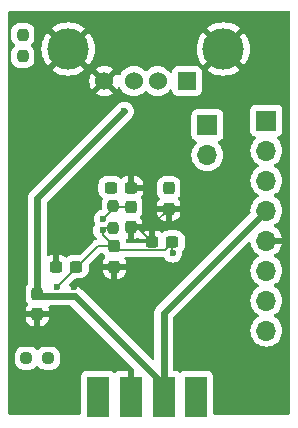
<source format=gbr>
%TF.GenerationSoftware,KiCad,Pcbnew,7.0.9*%
%TF.CreationDate,2024-08-09T20:27:09+01:00*%
%TF.ProjectId,RISKYKVM,5249534b-594b-4564-9d2e-6b696361645f,rev?*%
%TF.SameCoordinates,Original*%
%TF.FileFunction,Copper,L4,Bot*%
%TF.FilePolarity,Positive*%
%FSLAX46Y46*%
G04 Gerber Fmt 4.6, Leading zero omitted, Abs format (unit mm)*
G04 Created by KiCad (PCBNEW 7.0.9) date 2024-08-09 20:27:09*
%MOMM*%
%LPD*%
G01*
G04 APERTURE LIST*
G04 Aperture macros list*
%AMRoundRect*
0 Rectangle with rounded corners*
0 $1 Rounding radius*
0 $2 $3 $4 $5 $6 $7 $8 $9 X,Y pos of 4 corners*
0 Add a 4 corners polygon primitive as box body*
4,1,4,$2,$3,$4,$5,$6,$7,$8,$9,$2,$3,0*
0 Add four circle primitives for the rounded corners*
1,1,$1+$1,$2,$3*
1,1,$1+$1,$4,$5*
1,1,$1+$1,$6,$7*
1,1,$1+$1,$8,$9*
0 Add four rect primitives between the rounded corners*
20,1,$1+$1,$2,$3,$4,$5,0*
20,1,$1+$1,$4,$5,$6,$7,0*
20,1,$1+$1,$6,$7,$8,$9,0*
20,1,$1+$1,$8,$9,$2,$3,0*%
G04 Aperture macros list end*
%TA.AperFunction,ComponentPad*%
%ADD10R,1.700000X1.700000*%
%TD*%
%TA.AperFunction,ComponentPad*%
%ADD11O,1.700000X1.700000*%
%TD*%
%TA.AperFunction,ComponentPad*%
%ADD12R,1.524000X1.524000*%
%TD*%
%TA.AperFunction,ComponentPad*%
%ADD13C,1.524000*%
%TD*%
%TA.AperFunction,ComponentPad*%
%ADD14C,3.500000*%
%TD*%
%TA.AperFunction,SMDPad,CuDef*%
%ADD15R,1.846667X3.480000*%
%TD*%
%TA.AperFunction,SMDPad,CuDef*%
%ADD16RoundRect,0.237500X-0.250000X-0.237500X0.250000X-0.237500X0.250000X0.237500X-0.250000X0.237500X0*%
%TD*%
%TA.AperFunction,SMDPad,CuDef*%
%ADD17RoundRect,0.237500X-0.300000X-0.237500X0.300000X-0.237500X0.300000X0.237500X-0.300000X0.237500X0*%
%TD*%
%TA.AperFunction,SMDPad,CuDef*%
%ADD18RoundRect,0.237500X0.237500X-0.250000X0.237500X0.250000X-0.237500X0.250000X-0.237500X-0.250000X0*%
%TD*%
%TA.AperFunction,SMDPad,CuDef*%
%ADD19RoundRect,0.237500X-0.237500X0.300000X-0.237500X-0.300000X0.237500X-0.300000X0.237500X0.300000X0*%
%TD*%
%TA.AperFunction,SMDPad,CuDef*%
%ADD20RoundRect,0.237500X0.300000X0.237500X-0.300000X0.237500X-0.300000X-0.237500X0.300000X-0.237500X0*%
%TD*%
%TA.AperFunction,ViaPad*%
%ADD21C,0.600000*%
%TD*%
%TA.AperFunction,Conductor*%
%ADD22C,0.200000*%
%TD*%
%TA.AperFunction,Conductor*%
%ADD23C,0.127000*%
%TD*%
%TA.AperFunction,Conductor*%
%ADD24C,0.600000*%
%TD*%
G04 APERTURE END LIST*
D10*
%TO.P,J4,1,Pin_1*%
%TO.N,/KB_CLK*%
X140390000Y-84610000D03*
D11*
%TO.P,J4,2,Pin_2*%
%TO.N,/KB_DATA*%
X140390000Y-87150000D03*
%TO.P,J4,3,Pin_3*%
%TO.N,/KB_RESET*%
X140390000Y-89690000D03*
%TO.P,J4,4,Pin_4*%
%TO.N,+5V*%
X140390000Y-92230000D03*
%TO.P,J4,5,Pin_5*%
%TO.N,GND*%
X140390000Y-94770000D03*
%TO.P,J4,6,Pin_6*%
%TO.N,unconnected-(J4-Pin_6-Pad6)*%
X140390000Y-97310000D03*
%TO.P,J4,7,Pin_7*%
%TO.N,unconnected-(J4-Pin_7-Pad7)*%
X140390000Y-99850000D03*
%TO.P,J4,8,Pin_8*%
%TO.N,unconnected-(J4-Pin_8-Pad8)*%
X140390000Y-102390000D03*
%TD*%
D12*
%TO.P,J3,1,VBUS*%
%TO.N,Net-(J3-VBUS)*%
X133675000Y-81267100D03*
D13*
%TO.P,J3,2,D-*%
%TO.N,/USB_DM*%
X131175000Y-81267100D03*
%TO.P,J3,3,D+*%
%TO.N,/USB_DP*%
X129175000Y-81267100D03*
%TO.P,J3,4,GND*%
%TO.N,GND*%
X126675000Y-81267100D03*
D14*
%TO.P,J3,5,Shield*%
X136745000Y-78557100D03*
X123605000Y-78557100D03*
%TD*%
D15*
%TO.P,J1,6,6*%
%TO.N,/PIN6*%
X134455000Y-108037500D03*
%TO.P,J1,7,7*%
%TO.N,+5V*%
X131685000Y-108037500D03*
%TO.P,J1,8,8*%
%TO.N,GND*%
X128915000Y-108037500D03*
%TO.P,J1,9,9*%
%TO.N,/PIN9*%
X126145000Y-108037500D03*
%TD*%
D10*
%TO.P,J2,1,Pin_1*%
%TO.N,/SWCLK*%
X135400000Y-85000000D03*
D11*
%TO.P,J2,2,Pin_2*%
%TO.N,/SWDIO*%
X135400000Y-87540000D03*
%TD*%
D16*
%TO.P,R1,1*%
%TO.N,Net-(D1-A)*%
X120080000Y-104720000D03*
%TO.P,R1,2*%
%TO.N,+3.3V*%
X121905000Y-104720000D03*
%TD*%
D17*
%TO.P,C2,1*%
%TO.N,+3.3V*%
X127209700Y-90294000D03*
%TO.P,C2,2*%
%TO.N,GND*%
X128934700Y-90294000D03*
%TD*%
D18*
%TO.P,R3,1*%
%TO.N,Net-(D2-A)*%
X119775000Y-79162500D03*
%TO.P,R3,2*%
%TO.N,+3.3V*%
X119775000Y-77337500D03*
%TD*%
D19*
%TO.P,C4,1*%
%TO.N,+5V*%
X120990000Y-99265000D03*
%TO.P,C4,2*%
%TO.N,GND*%
X120990000Y-100990000D03*
%TD*%
D20*
%TO.P,C1,1*%
%TO.N,+3.3V*%
X124308400Y-96981500D03*
%TO.P,C1,2*%
%TO.N,GND*%
X122583400Y-96981500D03*
%TD*%
%TO.P,C6,1*%
%TO.N,+3.3V*%
X132439900Y-94891400D03*
%TO.P,C6,2*%
%TO.N,GND*%
X130714900Y-94891400D03*
%TD*%
D19*
%TO.P,C3,1*%
%TO.N,+3.3V*%
X132136200Y-90345900D03*
%TO.P,C3,2*%
%TO.N,GND*%
X132136200Y-92070900D03*
%TD*%
%TO.P,C5,1*%
%TO.N,+3.3V*%
X127513400Y-95248100D03*
%TO.P,C5,2*%
%TO.N,GND*%
X127513400Y-96973100D03*
%TD*%
D18*
%TO.P,R2,1*%
%TO.N,+3.3V*%
X127437200Y-93670300D03*
%TO.P,R2,2*%
%TO.N,/NRST*%
X127437200Y-91845300D03*
%TD*%
D19*
%TO.P,C9,1*%
%TO.N,/NRST*%
X128910400Y-91895300D03*
%TO.P,C9,2*%
%TO.N,GND*%
X128910400Y-93620300D03*
%TD*%
D21*
%TO.N,+3.3V*%
X119775000Y-77375000D03*
X121925000Y-104650000D03*
X122630000Y-98740000D03*
X132085400Y-90319400D03*
X132466400Y-95831200D03*
X127107000Y-90344800D03*
X126530218Y-93916221D03*
%TO.N,GND*%
X137100000Y-92450000D03*
X128900000Y-108100000D03*
X138400000Y-96200000D03*
X135057200Y-90319400D03*
X131980000Y-98100000D03*
X124077800Y-98676900D03*
X122600000Y-95100000D03*
X129720000Y-77770000D03*
X128010000Y-99540000D03*
X127500000Y-87390000D03*
X122600000Y-97000000D03*
%TO.N,+5V*%
X121131400Y-99134100D03*
X128360000Y-83820000D03*
%TO.N,/NRST*%
X126566051Y-92941667D03*
%TO.N,/PIN6*%
X134455000Y-107797500D03*
%TO.N,/PIN9*%
X126145000Y-107797500D03*
%TO.N,Net-(D1-A)*%
X120150000Y-104630000D03*
%TO.N,Net-(D2-A)*%
X119800000Y-79250000D03*
%TD*%
D22*
%TO.N,+3.3V*%
X132439900Y-94891400D02*
X132439900Y-95804700D01*
D23*
X126530218Y-94264918D02*
X126530218Y-93916221D01*
X127513400Y-95248100D02*
X126530218Y-94264918D01*
X127822200Y-95556900D02*
X131774400Y-95556900D01*
X122583400Y-98693400D02*
X122630000Y-98740000D01*
X126776139Y-93670300D02*
X126530218Y-93916221D01*
D22*
X132439900Y-95804700D02*
X132466400Y-95831200D01*
D23*
X126121900Y-95248100D02*
X122630000Y-98740000D01*
X127437200Y-93670300D02*
X126776139Y-93670300D01*
D22*
X127158900Y-90344800D02*
X127209700Y-90294000D01*
D23*
X127513400Y-95248100D02*
X127822200Y-95556900D01*
X131774400Y-95556900D02*
X132439900Y-94891400D01*
D22*
X127107000Y-90344800D02*
X127158900Y-90344800D01*
D23*
X127513400Y-95248100D02*
X126121900Y-95248100D01*
X127209700Y-90294000D02*
X127209700Y-90169700D01*
%TO.N,GND*%
X130714900Y-93492200D02*
X132136200Y-92070900D01*
X129443800Y-93620300D02*
X128910400Y-93620300D01*
X130714900Y-94891400D02*
X129443800Y-93620300D01*
D22*
X122640000Y-97020000D02*
X122600000Y-97000000D01*
X122600000Y-97000000D02*
X122707300Y-97330700D01*
D23*
X130714900Y-94891400D02*
X130714900Y-93492200D01*
D24*
%TO.N,+5V*%
X131685000Y-107797500D02*
X131685000Y-106980833D01*
X131685000Y-107797500D02*
X131685000Y-100935000D01*
X120990000Y-99265000D02*
X120990000Y-91190000D01*
X124171167Y-99467000D02*
X121192000Y-99467000D01*
X121192000Y-99467000D02*
X120990000Y-99265000D01*
X131685000Y-100935000D02*
X140390000Y-92230000D01*
X131685000Y-106980833D02*
X124171167Y-99467000D01*
X120990000Y-91190000D02*
X128360000Y-83820000D01*
D23*
%TO.N,/NRST*%
X127487200Y-91895300D02*
X127437200Y-91845300D01*
X128961200Y-91895300D02*
X127487200Y-91895300D01*
X127437200Y-92070518D02*
X126566051Y-92941667D01*
X127437200Y-91845300D02*
X127437200Y-92070518D01*
%TD*%
%TA.AperFunction,Conductor*%
%TO.N,GND*%
G36*
X142360739Y-75365585D02*
G01*
X142406494Y-75418389D01*
X142417700Y-75469900D01*
X142417700Y-109376000D01*
X142398015Y-109443039D01*
X142345211Y-109488794D01*
X142293700Y-109500000D01*
X136002834Y-109500000D01*
X135935795Y-109480315D01*
X135890040Y-109427511D01*
X135878834Y-109376000D01*
X135878833Y-106249629D01*
X135878832Y-106249623D01*
X135878831Y-106249616D01*
X135872425Y-106190017D01*
X135822130Y-106055169D01*
X135822129Y-106055168D01*
X135822127Y-106055164D01*
X135735881Y-105939955D01*
X135735878Y-105939952D01*
X135620669Y-105853706D01*
X135620662Y-105853702D01*
X135485816Y-105803408D01*
X135485817Y-105803408D01*
X135426217Y-105797001D01*
X135426215Y-105797000D01*
X135426207Y-105797000D01*
X135426198Y-105797000D01*
X133483795Y-105797000D01*
X133483789Y-105797001D01*
X133424182Y-105803408D01*
X133289337Y-105853702D01*
X133289330Y-105853706D01*
X133174121Y-105939952D01*
X133174119Y-105939954D01*
X133169265Y-105946439D01*
X133113330Y-105988309D01*
X133043638Y-105993291D01*
X132982316Y-105959805D01*
X132970735Y-105946439D01*
X132965880Y-105939954D01*
X132965878Y-105939952D01*
X132850669Y-105853706D01*
X132850662Y-105853702D01*
X132715816Y-105803408D01*
X132715817Y-105803408D01*
X132656217Y-105797001D01*
X132656215Y-105797000D01*
X132656207Y-105797000D01*
X132656199Y-105797000D01*
X132609500Y-105797000D01*
X132542461Y-105777315D01*
X132496706Y-105724511D01*
X132485500Y-105673000D01*
X132485500Y-101317939D01*
X132505185Y-101250900D01*
X132521814Y-101230263D01*
X138842567Y-94909509D01*
X138903888Y-94876026D01*
X138973580Y-94881010D01*
X139029513Y-94922882D01*
X139053774Y-94986383D01*
X139055430Y-95005316D01*
X139055432Y-95005326D01*
X139116566Y-95233483D01*
X139116570Y-95233492D01*
X139216399Y-95447578D01*
X139351894Y-95641082D01*
X139518917Y-95808105D01*
X139704595Y-95938119D01*
X139748219Y-95992696D01*
X139755412Y-96062195D01*
X139723890Y-96124549D01*
X139704595Y-96141269D01*
X139518594Y-96271508D01*
X139351505Y-96438597D01*
X139215965Y-96632169D01*
X139215964Y-96632171D01*
X139116098Y-96846335D01*
X139116094Y-96846344D01*
X139054938Y-97074586D01*
X139054936Y-97074596D01*
X139034341Y-97309999D01*
X139034341Y-97310000D01*
X139054936Y-97545403D01*
X139054938Y-97545413D01*
X139116094Y-97773655D01*
X139116096Y-97773659D01*
X139116097Y-97773663D01*
X139201588Y-97956998D01*
X139215965Y-97987830D01*
X139215967Y-97987834D01*
X139351501Y-98181395D01*
X139351506Y-98181402D01*
X139518597Y-98348493D01*
X139518603Y-98348498D01*
X139704158Y-98478425D01*
X139747783Y-98533002D01*
X139754977Y-98602500D01*
X139723454Y-98664855D01*
X139704158Y-98681575D01*
X139518597Y-98811505D01*
X139351505Y-98978597D01*
X139215965Y-99172169D01*
X139215964Y-99172171D01*
X139116098Y-99386335D01*
X139116094Y-99386344D01*
X139054938Y-99614586D01*
X139054936Y-99614596D01*
X139034341Y-99849999D01*
X139034341Y-99850000D01*
X139054936Y-100085403D01*
X139054938Y-100085413D01*
X139116094Y-100313655D01*
X139116096Y-100313659D01*
X139116097Y-100313663D01*
X139189485Y-100471044D01*
X139215965Y-100527830D01*
X139215967Y-100527834D01*
X139351501Y-100721395D01*
X139351506Y-100721402D01*
X139518597Y-100888493D01*
X139518603Y-100888498D01*
X139704158Y-101018425D01*
X139747783Y-101073002D01*
X139754977Y-101142500D01*
X139723454Y-101204855D01*
X139704158Y-101221575D01*
X139518597Y-101351505D01*
X139351505Y-101518597D01*
X139215965Y-101712169D01*
X139215964Y-101712171D01*
X139116098Y-101926335D01*
X139116094Y-101926344D01*
X139054938Y-102154586D01*
X139054936Y-102154596D01*
X139034341Y-102389999D01*
X139034341Y-102390000D01*
X139054936Y-102625403D01*
X139054938Y-102625413D01*
X139116094Y-102853655D01*
X139116096Y-102853659D01*
X139116097Y-102853663D01*
X139215965Y-103067830D01*
X139215967Y-103067834D01*
X139324281Y-103222521D01*
X139351505Y-103261401D01*
X139518599Y-103428495D01*
X139615384Y-103496265D01*
X139712165Y-103564032D01*
X139712167Y-103564033D01*
X139712170Y-103564035D01*
X139926337Y-103663903D01*
X140154592Y-103725063D01*
X140342918Y-103741539D01*
X140389999Y-103745659D01*
X140390000Y-103745659D01*
X140390001Y-103745659D01*
X140429234Y-103742226D01*
X140625408Y-103725063D01*
X140853663Y-103663903D01*
X141067830Y-103564035D01*
X141261401Y-103428495D01*
X141428495Y-103261401D01*
X141564035Y-103067830D01*
X141663903Y-102853663D01*
X141725063Y-102625408D01*
X141745659Y-102390000D01*
X141725063Y-102154592D01*
X141663903Y-101926337D01*
X141564035Y-101712171D01*
X141488154Y-101603800D01*
X141428494Y-101518597D01*
X141261402Y-101351506D01*
X141261396Y-101351501D01*
X141075842Y-101221575D01*
X141032217Y-101166998D01*
X141025023Y-101097500D01*
X141056546Y-101035145D01*
X141075842Y-101018425D01*
X141098026Y-101002891D01*
X141261401Y-100888495D01*
X141428495Y-100721401D01*
X141564035Y-100527830D01*
X141663903Y-100313663D01*
X141725063Y-100085408D01*
X141745659Y-99850000D01*
X141725063Y-99614592D01*
X141663903Y-99386337D01*
X141564035Y-99172171D01*
X141428495Y-98978599D01*
X141428494Y-98978597D01*
X141261402Y-98811506D01*
X141261396Y-98811501D01*
X141075842Y-98681575D01*
X141032217Y-98626998D01*
X141025023Y-98557500D01*
X141056546Y-98495145D01*
X141075842Y-98478425D01*
X141201443Y-98390478D01*
X141261401Y-98348495D01*
X141428495Y-98181401D01*
X141564035Y-97987830D01*
X141663903Y-97773663D01*
X141725063Y-97545408D01*
X141745659Y-97310000D01*
X141742000Y-97268184D01*
X141738056Y-97223100D01*
X141725063Y-97074592D01*
X141663903Y-96846337D01*
X141564035Y-96632171D01*
X141558276Y-96623945D01*
X141428494Y-96438597D01*
X141261402Y-96271506D01*
X141261401Y-96271505D01*
X141075405Y-96141269D01*
X141031781Y-96086692D01*
X141024588Y-96017193D01*
X141056110Y-95954839D01*
X141075405Y-95938119D01*
X141261082Y-95808105D01*
X141428105Y-95641082D01*
X141563600Y-95447578D01*
X141663429Y-95233492D01*
X141663432Y-95233486D01*
X141720636Y-95020000D01*
X140823686Y-95020000D01*
X140849493Y-94979844D01*
X140890000Y-94841889D01*
X140890000Y-94698111D01*
X140849493Y-94560156D01*
X140823686Y-94520000D01*
X141720636Y-94520000D01*
X141720635Y-94519999D01*
X141663432Y-94306513D01*
X141663429Y-94306507D01*
X141563600Y-94092422D01*
X141563599Y-94092420D01*
X141428113Y-93898926D01*
X141428108Y-93898920D01*
X141261078Y-93731890D01*
X141075405Y-93601879D01*
X141031780Y-93547302D01*
X141024588Y-93477804D01*
X141056110Y-93415449D01*
X141075406Y-93398730D01*
X141261401Y-93268495D01*
X141428495Y-93101401D01*
X141564035Y-92907830D01*
X141663903Y-92693663D01*
X141725063Y-92465408D01*
X141745659Y-92230000D01*
X141744423Y-92215878D01*
X141725063Y-91994596D01*
X141725063Y-91994592D01*
X141663903Y-91766337D01*
X141564035Y-91552171D01*
X141559801Y-91546123D01*
X141428494Y-91358597D01*
X141261402Y-91191506D01*
X141261396Y-91191501D01*
X141075842Y-91061575D01*
X141032217Y-91006998D01*
X141025023Y-90937500D01*
X141056546Y-90875145D01*
X141075842Y-90858425D01*
X141214389Y-90761413D01*
X141261401Y-90728495D01*
X141428495Y-90561401D01*
X141564035Y-90367830D01*
X141663903Y-90153663D01*
X141725063Y-89925408D01*
X141745659Y-89690000D01*
X141725063Y-89454592D01*
X141663903Y-89226337D01*
X141564035Y-89012171D01*
X141468032Y-88875063D01*
X141428494Y-88818597D01*
X141261402Y-88651506D01*
X141261396Y-88651501D01*
X141075842Y-88521575D01*
X141032217Y-88466998D01*
X141025023Y-88397500D01*
X141056546Y-88335145D01*
X141075842Y-88318425D01*
X141098026Y-88302891D01*
X141261401Y-88188495D01*
X141428495Y-88021401D01*
X141564035Y-87827830D01*
X141663903Y-87613663D01*
X141725063Y-87385408D01*
X141745659Y-87150000D01*
X141725063Y-86914592D01*
X141663903Y-86686337D01*
X141564035Y-86472171D01*
X141548612Y-86450145D01*
X141428496Y-86278600D01*
X141428495Y-86278599D01*
X141306567Y-86156671D01*
X141273084Y-86095351D01*
X141278068Y-86025659D01*
X141319939Y-85969725D01*
X141350915Y-85952810D01*
X141482331Y-85903796D01*
X141597546Y-85817546D01*
X141683796Y-85702331D01*
X141734091Y-85567483D01*
X141740500Y-85507873D01*
X141740499Y-83712128D01*
X141734091Y-83652517D01*
X141729700Y-83640745D01*
X141683797Y-83517671D01*
X141683793Y-83517664D01*
X141597547Y-83402455D01*
X141597544Y-83402452D01*
X141482335Y-83316206D01*
X141482328Y-83316202D01*
X141347482Y-83265908D01*
X141347483Y-83265908D01*
X141287883Y-83259501D01*
X141287881Y-83259500D01*
X141287873Y-83259500D01*
X141287864Y-83259500D01*
X139492129Y-83259500D01*
X139492123Y-83259501D01*
X139432516Y-83265908D01*
X139297671Y-83316202D01*
X139297664Y-83316206D01*
X139182455Y-83402452D01*
X139182452Y-83402455D01*
X139096206Y-83517664D01*
X139096202Y-83517671D01*
X139045908Y-83652517D01*
X139039501Y-83712116D01*
X139039501Y-83712123D01*
X139039500Y-83712135D01*
X139039500Y-85507870D01*
X139039501Y-85507876D01*
X139045908Y-85567483D01*
X139096202Y-85702328D01*
X139096206Y-85702335D01*
X139182452Y-85817544D01*
X139182455Y-85817547D01*
X139297664Y-85903793D01*
X139297671Y-85903797D01*
X139429081Y-85952810D01*
X139485015Y-85994681D01*
X139509432Y-86060145D01*
X139494580Y-86128418D01*
X139473430Y-86156673D01*
X139351503Y-86278600D01*
X139215965Y-86472169D01*
X139215964Y-86472171D01*
X139116098Y-86686335D01*
X139116094Y-86686344D01*
X139054938Y-86914586D01*
X139054936Y-86914596D01*
X139034341Y-87149999D01*
X139034341Y-87150000D01*
X139054936Y-87385403D01*
X139054938Y-87385413D01*
X139116094Y-87613655D01*
X139116096Y-87613659D01*
X139116097Y-87613663D01*
X139215965Y-87827830D01*
X139215967Y-87827834D01*
X139324281Y-87982521D01*
X139339085Y-88003664D01*
X139351501Y-88021395D01*
X139351506Y-88021402D01*
X139518597Y-88188493D01*
X139518603Y-88188498D01*
X139704158Y-88318425D01*
X139747783Y-88373002D01*
X139754977Y-88442500D01*
X139723454Y-88504855D01*
X139704158Y-88521575D01*
X139518597Y-88651505D01*
X139351505Y-88818597D01*
X139215965Y-89012169D01*
X139215964Y-89012171D01*
X139116098Y-89226335D01*
X139116094Y-89226344D01*
X139054938Y-89454586D01*
X139054936Y-89454596D01*
X139034341Y-89689999D01*
X139034341Y-89690000D01*
X139054936Y-89925403D01*
X139054938Y-89925413D01*
X139116094Y-90153655D01*
X139116096Y-90153659D01*
X139116097Y-90153663D01*
X139215965Y-90367830D01*
X139215967Y-90367834D01*
X139351501Y-90561395D01*
X139351506Y-90561402D01*
X139518597Y-90728493D01*
X139518603Y-90728498D01*
X139704158Y-90858425D01*
X139747783Y-90913002D01*
X139754977Y-90982500D01*
X139723454Y-91044855D01*
X139704158Y-91061575D01*
X139518597Y-91191505D01*
X139351505Y-91358597D01*
X139215965Y-91552169D01*
X139215964Y-91552171D01*
X139116098Y-91766335D01*
X139116094Y-91766344D01*
X139054938Y-91994586D01*
X139054936Y-91994596D01*
X139034341Y-92229999D01*
X139034341Y-92230002D01*
X139047288Y-92377991D01*
X139033521Y-92446491D01*
X139011441Y-92476479D01*
X131182738Y-100305184D01*
X131055186Y-100432735D01*
X131055183Y-100432739D01*
X131032966Y-100468096D01*
X131028941Y-100473769D01*
X131002910Y-100506410D01*
X130984791Y-100544033D01*
X130981427Y-100550120D01*
X130959212Y-100585476D01*
X130959208Y-100585483D01*
X130945416Y-100624895D01*
X130942755Y-100631320D01*
X130924639Y-100668939D01*
X130915344Y-100709659D01*
X130913419Y-100716341D01*
X130899632Y-100755744D01*
X130894955Y-100797235D01*
X130893791Y-100804089D01*
X130884500Y-100844806D01*
X130884500Y-104748893D01*
X130864815Y-104815932D01*
X130812011Y-104861687D01*
X130742853Y-104871631D01*
X130679297Y-104842606D01*
X130672819Y-104836574D01*
X124673429Y-98837184D01*
X124673426Y-98837182D01*
X124638071Y-98814966D01*
X124632396Y-98810940D01*
X124599756Y-98784910D01*
X124562126Y-98766787D01*
X124556039Y-98763422D01*
X124520692Y-98741212D01*
X124481281Y-98727421D01*
X124474855Y-98724759D01*
X124437228Y-98706639D01*
X124396512Y-98697345D01*
X124389829Y-98695420D01*
X124350426Y-98681632D01*
X124308930Y-98676955D01*
X124302075Y-98675791D01*
X124261367Y-98666501D01*
X124261363Y-98666500D01*
X124261361Y-98666500D01*
X124261358Y-98666500D01*
X123800479Y-98666500D01*
X123733440Y-98646815D01*
X123687685Y-98594011D01*
X123677741Y-98524853D01*
X123706766Y-98461297D01*
X123712798Y-98454819D01*
X124174298Y-97993318D01*
X124235621Y-97959833D01*
X124261979Y-97956999D01*
X124657570Y-97956999D01*
X124657576Y-97956999D01*
X124758653Y-97946674D01*
X124922416Y-97892408D01*
X125069250Y-97801840D01*
X125191240Y-97679850D01*
X125281808Y-97533016D01*
X125336074Y-97369253D01*
X125346400Y-97268177D01*
X125346400Y-97223100D01*
X126538401Y-97223100D01*
X126538401Y-97322254D01*
X126548719Y-97423252D01*
X126602946Y-97586900D01*
X126602951Y-97586911D01*
X126693452Y-97733634D01*
X126693455Y-97733638D01*
X126815361Y-97855544D01*
X126815365Y-97855547D01*
X126962088Y-97946048D01*
X126962099Y-97946053D01*
X127125747Y-98000280D01*
X127226752Y-98010599D01*
X127263400Y-98010599D01*
X127263400Y-97223100D01*
X127763400Y-97223100D01*
X127763400Y-98010599D01*
X127800040Y-98010599D01*
X127800054Y-98010598D01*
X127901052Y-98000280D01*
X128064700Y-97946053D01*
X128064711Y-97946048D01*
X128211434Y-97855547D01*
X128211438Y-97855544D01*
X128333344Y-97733638D01*
X128333347Y-97733634D01*
X128423848Y-97586911D01*
X128423853Y-97586900D01*
X128478080Y-97423252D01*
X128488399Y-97322254D01*
X128488400Y-97322241D01*
X128488400Y-97223100D01*
X127763400Y-97223100D01*
X127263400Y-97223100D01*
X126538401Y-97223100D01*
X125346400Y-97223100D01*
X125346399Y-96872577D01*
X125366083Y-96805539D01*
X125382713Y-96784902D01*
X126319197Y-95848419D01*
X126380520Y-95814934D01*
X126406878Y-95812100D01*
X126502435Y-95812100D01*
X126569474Y-95831785D01*
X126607972Y-95871001D01*
X126693060Y-96008950D01*
X126693061Y-96008951D01*
X126707382Y-96023272D01*
X126740867Y-96084595D01*
X126735883Y-96154287D01*
X126707385Y-96198632D01*
X126693452Y-96212565D01*
X126602951Y-96359288D01*
X126602946Y-96359299D01*
X126548719Y-96522947D01*
X126538400Y-96623945D01*
X126538400Y-96723100D01*
X128488399Y-96723100D01*
X128488399Y-96623960D01*
X128488398Y-96623945D01*
X128478080Y-96522947D01*
X128423853Y-96359299D01*
X128423851Y-96359294D01*
X128393444Y-96309997D01*
X128375004Y-96242604D01*
X128395927Y-96175941D01*
X128449569Y-96131171D01*
X128498983Y-96120900D01*
X131634489Y-96120900D01*
X131701528Y-96140585D01*
X131739482Y-96178927D01*
X131836582Y-96333460D01*
X131836584Y-96333462D01*
X131964138Y-96461016D01*
X132054480Y-96517782D01*
X132062700Y-96522947D01*
X132116878Y-96556989D01*
X132287145Y-96616568D01*
X132287150Y-96616569D01*
X132466396Y-96636765D01*
X132466400Y-96636765D01*
X132466404Y-96636765D01*
X132645649Y-96616569D01*
X132645652Y-96616568D01*
X132645655Y-96616568D01*
X132815922Y-96556989D01*
X132968662Y-96461016D01*
X133096216Y-96333462D01*
X133192189Y-96180722D01*
X133251768Y-96010455D01*
X133251938Y-96008951D01*
X133271965Y-95831202D01*
X133271965Y-95831198D01*
X133259342Y-95719175D01*
X133271396Y-95650353D01*
X133294880Y-95617609D01*
X133322740Y-95589750D01*
X133413308Y-95442916D01*
X133467574Y-95279153D01*
X133477900Y-95178077D01*
X133477899Y-94604724D01*
X133473346Y-94560156D01*
X133467574Y-94503647D01*
X133413308Y-94339884D01*
X133322740Y-94193050D01*
X133200750Y-94071060D01*
X133077228Y-93994871D01*
X133053918Y-93980493D01*
X133053913Y-93980491D01*
X133020675Y-93969477D01*
X132890153Y-93926226D01*
X132890151Y-93926225D01*
X132789078Y-93915900D01*
X132090730Y-93915900D01*
X132090712Y-93915901D01*
X131989647Y-93926225D01*
X131825884Y-93980492D01*
X131825881Y-93980493D01*
X131679048Y-94071061D01*
X131664725Y-94085384D01*
X131603401Y-94118868D01*
X131533709Y-94113882D01*
X131489365Y-94085382D01*
X131475438Y-94071455D01*
X131475434Y-94071452D01*
X131328711Y-93980951D01*
X131328700Y-93980946D01*
X131165052Y-93926719D01*
X131064054Y-93916400D01*
X130964900Y-93916400D01*
X130964900Y-94868900D01*
X130945215Y-94935939D01*
X130892411Y-94981694D01*
X130840900Y-94992900D01*
X128610477Y-94992900D01*
X128543438Y-94973215D01*
X128497683Y-94920411D01*
X128487119Y-94881502D01*
X128486560Y-94876026D01*
X128478574Y-94797847D01*
X128478572Y-94797843D01*
X128478054Y-94792765D01*
X128490824Y-94724072D01*
X128538704Y-94673188D01*
X128606494Y-94656267D01*
X128614016Y-94656805D01*
X128623753Y-94657799D01*
X128660400Y-94657799D01*
X128660400Y-93870300D01*
X129160400Y-93870300D01*
X129160400Y-94657799D01*
X129197040Y-94657799D01*
X129197054Y-94657798D01*
X129298052Y-94647480D01*
X129461700Y-94593253D01*
X129461707Y-94593250D01*
X129488302Y-94576846D01*
X129555694Y-94558405D01*
X129622358Y-94579327D01*
X129657841Y-94621841D01*
X129677400Y-94641400D01*
X130464900Y-94641400D01*
X130464900Y-93916399D01*
X130365760Y-93916400D01*
X130365744Y-93916401D01*
X130264747Y-93926719D01*
X130101099Y-93980946D01*
X130101090Y-93980951D01*
X130074496Y-93997354D01*
X130007103Y-94015794D01*
X129940440Y-93994871D01*
X129895671Y-93941228D01*
X129885400Y-93891815D01*
X129885400Y-93870300D01*
X129160400Y-93870300D01*
X128660400Y-93870300D01*
X128660400Y-93494300D01*
X128680085Y-93427261D01*
X128732889Y-93381506D01*
X128784400Y-93370300D01*
X129885399Y-93370300D01*
X129885399Y-93271160D01*
X129885398Y-93271145D01*
X129875080Y-93170147D01*
X129820853Y-93006499D01*
X129820848Y-93006488D01*
X129730347Y-92859765D01*
X129730344Y-92859761D01*
X129716417Y-92845834D01*
X129682932Y-92784511D01*
X129687916Y-92714819D01*
X129716417Y-92670472D01*
X129730740Y-92656150D01*
X129821308Y-92509316D01*
X129875574Y-92345553D01*
X129878093Y-92320900D01*
X131161201Y-92320900D01*
X131161201Y-92420054D01*
X131171519Y-92521052D01*
X131225746Y-92684700D01*
X131225751Y-92684711D01*
X131316252Y-92831434D01*
X131316255Y-92831438D01*
X131438161Y-92953344D01*
X131438165Y-92953347D01*
X131584888Y-93043848D01*
X131584899Y-93043853D01*
X131748547Y-93098080D01*
X131849552Y-93108399D01*
X131886200Y-93108399D01*
X131886200Y-92320900D01*
X132386200Y-92320900D01*
X132386200Y-93108399D01*
X132422840Y-93108399D01*
X132422854Y-93108398D01*
X132523852Y-93098080D01*
X132687500Y-93043853D01*
X132687511Y-93043848D01*
X132834234Y-92953347D01*
X132834238Y-92953344D01*
X132956144Y-92831438D01*
X132956147Y-92831434D01*
X133046648Y-92684711D01*
X133046653Y-92684700D01*
X133100880Y-92521052D01*
X133111199Y-92420054D01*
X133111200Y-92420041D01*
X133111200Y-92320900D01*
X132386200Y-92320900D01*
X131886200Y-92320900D01*
X131161201Y-92320900D01*
X129878093Y-92320900D01*
X129885900Y-92244477D01*
X129885899Y-91546124D01*
X129875574Y-91445047D01*
X129821308Y-91281284D01*
X129821304Y-91281278D01*
X129821303Y-91281275D01*
X129760845Y-91183258D01*
X129742404Y-91115866D01*
X129763326Y-91049202D01*
X129778704Y-91030478D01*
X129817144Y-90992039D01*
X129817145Y-90992037D01*
X129907648Y-90845311D01*
X129907653Y-90845300D01*
X129957434Y-90695069D01*
X131160700Y-90695069D01*
X131160701Y-90695087D01*
X131171025Y-90796152D01*
X131225292Y-90959915D01*
X131225293Y-90959918D01*
X131232339Y-90971341D01*
X131315859Y-91106749D01*
X131315861Y-91106751D01*
X131330182Y-91121072D01*
X131363667Y-91182395D01*
X131358683Y-91252087D01*
X131330185Y-91296432D01*
X131316252Y-91310365D01*
X131225751Y-91457088D01*
X131225746Y-91457099D01*
X131171519Y-91620747D01*
X131161200Y-91721745D01*
X131161200Y-91820900D01*
X133111199Y-91820900D01*
X133111199Y-91721760D01*
X133111198Y-91721745D01*
X133100880Y-91620747D01*
X133046653Y-91457099D01*
X133046648Y-91457088D01*
X132956147Y-91310365D01*
X132956144Y-91310361D01*
X132942217Y-91296434D01*
X132908732Y-91235111D01*
X132913716Y-91165419D01*
X132942217Y-91121072D01*
X132956540Y-91106750D01*
X133047108Y-90959916D01*
X133101374Y-90796153D01*
X133111700Y-90695077D01*
X133111699Y-89996724D01*
X133101374Y-89895647D01*
X133047108Y-89731884D01*
X132956540Y-89585050D01*
X132834550Y-89463060D01*
X132743329Y-89406795D01*
X132687718Y-89372493D01*
X132687713Y-89372491D01*
X132686269Y-89372012D01*
X132523953Y-89318226D01*
X132523951Y-89318225D01*
X132422878Y-89307900D01*
X131849530Y-89307900D01*
X131849512Y-89307901D01*
X131748447Y-89318225D01*
X131584684Y-89372492D01*
X131584681Y-89372493D01*
X131437848Y-89463061D01*
X131315861Y-89585048D01*
X131225293Y-89731881D01*
X131225292Y-89731884D01*
X131171026Y-89895647D01*
X131171026Y-89895648D01*
X131171025Y-89895648D01*
X131160700Y-89996715D01*
X131160700Y-90695069D01*
X129957434Y-90695069D01*
X129961880Y-90681652D01*
X129972199Y-90580654D01*
X129972200Y-90580641D01*
X129972200Y-90544000D01*
X128808700Y-90544000D01*
X128741661Y-90524315D01*
X128695906Y-90471511D01*
X128684700Y-90420000D01*
X128684700Y-89319000D01*
X129184700Y-89319000D01*
X129184700Y-90044000D01*
X129972199Y-90044000D01*
X129972199Y-90007360D01*
X129972198Y-90007345D01*
X129961880Y-89906347D01*
X129907653Y-89742699D01*
X129907648Y-89742688D01*
X129817147Y-89595965D01*
X129817144Y-89595961D01*
X129695238Y-89474055D01*
X129695234Y-89474052D01*
X129548511Y-89383551D01*
X129548500Y-89383546D01*
X129384852Y-89329319D01*
X129283854Y-89319000D01*
X129184700Y-89319000D01*
X128684700Y-89319000D01*
X128684700Y-89318999D01*
X128585560Y-89319000D01*
X128585544Y-89319001D01*
X128484547Y-89329319D01*
X128320899Y-89383546D01*
X128320888Y-89383551D01*
X128174165Y-89474052D01*
X128160232Y-89487985D01*
X128098908Y-89521468D01*
X128029216Y-89516482D01*
X127984872Y-89487982D01*
X127970551Y-89473661D01*
X127970550Y-89473660D01*
X127879329Y-89417395D01*
X127823718Y-89383093D01*
X127823713Y-89383091D01*
X127822269Y-89382612D01*
X127659953Y-89328826D01*
X127659951Y-89328825D01*
X127558878Y-89318500D01*
X126860530Y-89318500D01*
X126860512Y-89318501D01*
X126759447Y-89328825D01*
X126595684Y-89383092D01*
X126595681Y-89383093D01*
X126448848Y-89473661D01*
X126326861Y-89595648D01*
X126236293Y-89742481D01*
X126236291Y-89742486D01*
X126208919Y-89825088D01*
X126182026Y-89906247D01*
X126182026Y-89906248D01*
X126182025Y-89906248D01*
X126171700Y-90007315D01*
X126171700Y-90580669D01*
X126171701Y-90580687D01*
X126182025Y-90681752D01*
X126208422Y-90761410D01*
X126236220Y-90845300D01*
X126236292Y-90845515D01*
X126236293Y-90845518D01*
X126261460Y-90886320D01*
X126326860Y-90992350D01*
X126448850Y-91114340D01*
X126475631Y-91130859D01*
X126522355Y-91182804D01*
X126533579Y-91251767D01*
X126528241Y-91275401D01*
X126472026Y-91445047D01*
X126472025Y-91445048D01*
X126461700Y-91546115D01*
X126461700Y-92042106D01*
X126442015Y-92109145D01*
X126389211Y-92154900D01*
X126378654Y-92159148D01*
X126216529Y-92215877D01*
X126063788Y-92311851D01*
X125936235Y-92439404D01*
X125840262Y-92592143D01*
X125780682Y-92762412D01*
X125780681Y-92762417D01*
X125760486Y-92941663D01*
X125760486Y-92941670D01*
X125780681Y-93120916D01*
X125780682Y-93120921D01*
X125840262Y-93291190D01*
X125867449Y-93334457D01*
X125886449Y-93401693D01*
X125867449Y-93466400D01*
X125804430Y-93566695D01*
X125744849Y-93736966D01*
X125744848Y-93736971D01*
X125724653Y-93916217D01*
X125724653Y-93916224D01*
X125744848Y-94095470D01*
X125744849Y-94095475D01*
X125804429Y-94265744D01*
X125900402Y-94418483D01*
X125989014Y-94507095D01*
X126022499Y-94568418D01*
X126017515Y-94638110D01*
X125975643Y-94694043D01*
X125948786Y-94709337D01*
X125837465Y-94755447D01*
X125719649Y-94845850D01*
X125699422Y-94872210D01*
X125694070Y-94878312D01*
X124602701Y-95969681D01*
X124541378Y-96003166D01*
X124515020Y-96006000D01*
X123959230Y-96006000D01*
X123959212Y-96006001D01*
X123858147Y-96016325D01*
X123694384Y-96070592D01*
X123694381Y-96070593D01*
X123547548Y-96161161D01*
X123533225Y-96175484D01*
X123471901Y-96208968D01*
X123402209Y-96203982D01*
X123357865Y-96175482D01*
X123343938Y-96161555D01*
X123343934Y-96161552D01*
X123197211Y-96071051D01*
X123197200Y-96071046D01*
X123033552Y-96016819D01*
X122932554Y-96006500D01*
X122833400Y-96006500D01*
X122833400Y-97107500D01*
X122813715Y-97174539D01*
X122760911Y-97220294D01*
X122709400Y-97231500D01*
X122457400Y-97231500D01*
X122390361Y-97211815D01*
X122344606Y-97159011D01*
X122333400Y-97107500D01*
X122333400Y-96006499D01*
X122234260Y-96006500D01*
X122234244Y-96006501D01*
X122133247Y-96016819D01*
X121969594Y-96071048D01*
X121966897Y-96072306D01*
X121964870Y-96072613D01*
X121962742Y-96073319D01*
X121962621Y-96072955D01*
X121897819Y-96082793D01*
X121834037Y-96054269D01*
X121795801Y-95995790D01*
X121790500Y-95959920D01*
X121790500Y-91572940D01*
X121810185Y-91505901D01*
X121826819Y-91485259D01*
X125308423Y-88003655D01*
X125772078Y-87540000D01*
X134044341Y-87540000D01*
X134064936Y-87775403D01*
X134064938Y-87775413D01*
X134126094Y-88003655D01*
X134126096Y-88003659D01*
X134126097Y-88003663D01*
X134134369Y-88021402D01*
X134225965Y-88217830D01*
X134225967Y-88217834D01*
X134308110Y-88335145D01*
X134361505Y-88411401D01*
X134528599Y-88578495D01*
X134625384Y-88646265D01*
X134722165Y-88714032D01*
X134722167Y-88714033D01*
X134722170Y-88714035D01*
X134936337Y-88813903D01*
X135164592Y-88875063D01*
X135352918Y-88891539D01*
X135399999Y-88895659D01*
X135400000Y-88895659D01*
X135400001Y-88895659D01*
X135439234Y-88892226D01*
X135635408Y-88875063D01*
X135863663Y-88813903D01*
X136077830Y-88714035D01*
X136271401Y-88578495D01*
X136438495Y-88411401D01*
X136574035Y-88217830D01*
X136673903Y-88003663D01*
X136735063Y-87775408D01*
X136755659Y-87540000D01*
X136735063Y-87304592D01*
X136673903Y-87076337D01*
X136574035Y-86862171D01*
X136450915Y-86686337D01*
X136438496Y-86668600D01*
X136438495Y-86668599D01*
X136316567Y-86546671D01*
X136283084Y-86485351D01*
X136288068Y-86415659D01*
X136329939Y-86359725D01*
X136360915Y-86342810D01*
X136492331Y-86293796D01*
X136607546Y-86207546D01*
X136693796Y-86092331D01*
X136744091Y-85957483D01*
X136750500Y-85897873D01*
X136750499Y-84102128D01*
X136744091Y-84042517D01*
X136742652Y-84038660D01*
X136693797Y-83907671D01*
X136693793Y-83907664D01*
X136607547Y-83792455D01*
X136607544Y-83792452D01*
X136492335Y-83706206D01*
X136492328Y-83706202D01*
X136357482Y-83655908D01*
X136357483Y-83655908D01*
X136297883Y-83649501D01*
X136297881Y-83649500D01*
X136297873Y-83649500D01*
X136297864Y-83649500D01*
X134502129Y-83649500D01*
X134502123Y-83649501D01*
X134442516Y-83655908D01*
X134307671Y-83706202D01*
X134307664Y-83706206D01*
X134192455Y-83792452D01*
X134192452Y-83792455D01*
X134106206Y-83907664D01*
X134106202Y-83907671D01*
X134055908Y-84042517D01*
X134051227Y-84086061D01*
X134049501Y-84102123D01*
X134049500Y-84102135D01*
X134049500Y-85897870D01*
X134049501Y-85897876D01*
X134055908Y-85957483D01*
X134106202Y-86092328D01*
X134106206Y-86092335D01*
X134192452Y-86207544D01*
X134192455Y-86207547D01*
X134307664Y-86293793D01*
X134307671Y-86293797D01*
X134439081Y-86342810D01*
X134495015Y-86384681D01*
X134519432Y-86450145D01*
X134504580Y-86518418D01*
X134483430Y-86546673D01*
X134361503Y-86668600D01*
X134225965Y-86862169D01*
X134225964Y-86862171D01*
X134126098Y-87076335D01*
X134126094Y-87076344D01*
X134064938Y-87304586D01*
X134064936Y-87304596D01*
X134044341Y-87539999D01*
X134044341Y-87540000D01*
X125772078Y-87540000D01*
X128957826Y-84354252D01*
X128989816Y-84322262D01*
X129012037Y-84286895D01*
X129016052Y-84281236D01*
X129042091Y-84248587D01*
X129060209Y-84210961D01*
X129063565Y-84204889D01*
X129085789Y-84169522D01*
X129099580Y-84130105D01*
X129102236Y-84123693D01*
X129120360Y-84086061D01*
X129129658Y-84045321D01*
X129131571Y-84038680D01*
X129145368Y-83999255D01*
X129150043Y-83957760D01*
X129151208Y-83950905D01*
X129152726Y-83944249D01*
X129160500Y-83910194D01*
X129160500Y-83868435D01*
X129160889Y-83861496D01*
X129165565Y-83820000D01*
X129160889Y-83778502D01*
X129160500Y-83771564D01*
X129160500Y-83729807D01*
X129160500Y-83729806D01*
X129151207Y-83689093D01*
X129150042Y-83682233D01*
X129145368Y-83640745D01*
X129145367Y-83640742D01*
X129131576Y-83601328D01*
X129129650Y-83594641D01*
X129120361Y-83553941D01*
X129102244Y-83516320D01*
X129099581Y-83509891D01*
X129085789Y-83470477D01*
X129074577Y-83452635D01*
X129063567Y-83435112D01*
X129060206Y-83429030D01*
X129042091Y-83391412D01*
X129042090Y-83391411D01*
X129028391Y-83374234D01*
X129016054Y-83358764D01*
X129012032Y-83353095D01*
X128989817Y-83317739D01*
X128988280Y-83316202D01*
X128960283Y-83288205D01*
X128955654Y-83283024D01*
X128929626Y-83250384D01*
X128929622Y-83250381D01*
X128929621Y-83250379D01*
X128896968Y-83224339D01*
X128891781Y-83219703D01*
X128862262Y-83190184D01*
X128862259Y-83190182D01*
X128855924Y-83186202D01*
X128826902Y-83167966D01*
X128821234Y-83163944D01*
X128788588Y-83137909D01*
X128750960Y-83119788D01*
X128744878Y-83116426D01*
X128725607Y-83104317D01*
X128709526Y-83094213D01*
X128709525Y-83094212D01*
X128670114Y-83080421D01*
X128663688Y-83077759D01*
X128626061Y-83059639D01*
X128585345Y-83050345D01*
X128578662Y-83048420D01*
X128539259Y-83034632D01*
X128497763Y-83029955D01*
X128490908Y-83028791D01*
X128450200Y-83019501D01*
X128450196Y-83019500D01*
X128450194Y-83019500D01*
X128450191Y-83019500D01*
X128408436Y-83019500D01*
X128401497Y-83019110D01*
X128372599Y-83015854D01*
X128360002Y-83014435D01*
X128359998Y-83014435D01*
X128347400Y-83015854D01*
X128318502Y-83019110D01*
X128311564Y-83019500D01*
X128269806Y-83019500D01*
X128263888Y-83020850D01*
X128229089Y-83028791D01*
X128222235Y-83029955D01*
X128180744Y-83034632D01*
X128141341Y-83048419D01*
X128134659Y-83050344D01*
X128093939Y-83059639D01*
X128056320Y-83077755D01*
X128049895Y-83080416D01*
X128010483Y-83094208D01*
X128010476Y-83094212D01*
X127975120Y-83116427D01*
X127969033Y-83119791D01*
X127931410Y-83137910D01*
X127898769Y-83163941D01*
X127893096Y-83167966D01*
X127857739Y-83190183D01*
X127857735Y-83190186D01*
X120360186Y-90687735D01*
X120360183Y-90687739D01*
X120337966Y-90723096D01*
X120333941Y-90728769D01*
X120307910Y-90761410D01*
X120289791Y-90799033D01*
X120286427Y-90805120D01*
X120264212Y-90840476D01*
X120264208Y-90840483D01*
X120250416Y-90879895D01*
X120247755Y-90886320D01*
X120229639Y-90923939D01*
X120220344Y-90964659D01*
X120218419Y-90971341D01*
X120204632Y-91010744D01*
X120199955Y-91052235D01*
X120198791Y-91059089D01*
X120189500Y-91099806D01*
X120189500Y-98436818D01*
X120171039Y-98501915D01*
X120169661Y-98504148D01*
X120169660Y-98504150D01*
X120151864Y-98533002D01*
X120079093Y-98650981D01*
X120079091Y-98650986D01*
X120063729Y-98697345D01*
X120024826Y-98814747D01*
X120024826Y-98814748D01*
X120024825Y-98814748D01*
X120014500Y-98915815D01*
X120014500Y-99614169D01*
X120014501Y-99614187D01*
X120024825Y-99715252D01*
X120079092Y-99879015D01*
X120079093Y-99879018D01*
X120169661Y-100025851D01*
X120183982Y-100040172D01*
X120217467Y-100101495D01*
X120212483Y-100171187D01*
X120183985Y-100215532D01*
X120170052Y-100229465D01*
X120079551Y-100376188D01*
X120079546Y-100376199D01*
X120025319Y-100539847D01*
X120015000Y-100640845D01*
X120015000Y-100740000D01*
X121964999Y-100740000D01*
X121964999Y-100640860D01*
X121964998Y-100640845D01*
X121954680Y-100539847D01*
X121918448Y-100430504D01*
X121916046Y-100360675D01*
X121951778Y-100300634D01*
X122014298Y-100269441D01*
X122036154Y-100267500D01*
X123788227Y-100267500D01*
X123855266Y-100287185D01*
X123875908Y-100303819D01*
X129179613Y-105607524D01*
X129213098Y-105668847D01*
X129208114Y-105738539D01*
X129179614Y-105782885D01*
X129165000Y-105797499D01*
X129165000Y-108163500D01*
X129145315Y-108230539D01*
X129092511Y-108276294D01*
X129041000Y-108287500D01*
X128789000Y-108287500D01*
X128721961Y-108267815D01*
X128676206Y-108215011D01*
X128665000Y-108163500D01*
X128665000Y-105797500D01*
X127943821Y-105797500D01*
X127884293Y-105803901D01*
X127884286Y-105803903D01*
X127749579Y-105854145D01*
X127749572Y-105854149D01*
X127634479Y-105940309D01*
X127629577Y-105946857D01*
X127573642Y-105988726D01*
X127503950Y-105993708D01*
X127442628Y-105960221D01*
X127431047Y-105946856D01*
X127426146Y-105940309D01*
X127425880Y-105939954D01*
X127425879Y-105939953D01*
X127425878Y-105939952D01*
X127310669Y-105853706D01*
X127310662Y-105853702D01*
X127175816Y-105803408D01*
X127175817Y-105803408D01*
X127116217Y-105797001D01*
X127116215Y-105797000D01*
X127116207Y-105797000D01*
X127116198Y-105797000D01*
X125173795Y-105797000D01*
X125173789Y-105797001D01*
X125114182Y-105803408D01*
X124979337Y-105853702D01*
X124979330Y-105853706D01*
X124864121Y-105939952D01*
X124864118Y-105939955D01*
X124777872Y-106055164D01*
X124777868Y-106055171D01*
X124727574Y-106190017D01*
X124721167Y-106249616D01*
X124721167Y-106249623D01*
X124721166Y-106249635D01*
X124721167Y-109376000D01*
X124701482Y-109443039D01*
X124648678Y-109488794D01*
X124597167Y-109500000D01*
X118626300Y-109500000D01*
X118559261Y-109480315D01*
X118513506Y-109427511D01*
X118502300Y-109376000D01*
X118502300Y-105006669D01*
X119092000Y-105006669D01*
X119092001Y-105006687D01*
X119102325Y-105107752D01*
X119156592Y-105271515D01*
X119156593Y-105271518D01*
X119190895Y-105327129D01*
X119247160Y-105418350D01*
X119369150Y-105540340D01*
X119515984Y-105630908D01*
X119679747Y-105685174D01*
X119780823Y-105695500D01*
X120379176Y-105695499D01*
X120379184Y-105695498D01*
X120379187Y-105695498D01*
X120434530Y-105689844D01*
X120480253Y-105685174D01*
X120644016Y-105630908D01*
X120790850Y-105540340D01*
X120904819Y-105426371D01*
X120966142Y-105392886D01*
X121035834Y-105397870D01*
X121080181Y-105426371D01*
X121194150Y-105540340D01*
X121340984Y-105630908D01*
X121504747Y-105685174D01*
X121605823Y-105695500D01*
X122204176Y-105695499D01*
X122204184Y-105695498D01*
X122204187Y-105695498D01*
X122259530Y-105689844D01*
X122305253Y-105685174D01*
X122469016Y-105630908D01*
X122615850Y-105540340D01*
X122737840Y-105418350D01*
X122828408Y-105271516D01*
X122882674Y-105107753D01*
X122893000Y-105006677D01*
X122892999Y-104433324D01*
X122882674Y-104332247D01*
X122828408Y-104168484D01*
X122737840Y-104021650D01*
X122615850Y-103899660D01*
X122469016Y-103809092D01*
X122305253Y-103754826D01*
X122305251Y-103754825D01*
X122204178Y-103744500D01*
X121605830Y-103744500D01*
X121605812Y-103744501D01*
X121504747Y-103754825D01*
X121340984Y-103809092D01*
X121340981Y-103809093D01*
X121194148Y-103899661D01*
X121080181Y-104013629D01*
X121018858Y-104047114D01*
X120949166Y-104042130D01*
X120904819Y-104013629D01*
X120790851Y-103899661D01*
X120790850Y-103899660D01*
X120644016Y-103809092D01*
X120480253Y-103754826D01*
X120480251Y-103754825D01*
X120379178Y-103744500D01*
X119780830Y-103744500D01*
X119780812Y-103744501D01*
X119679747Y-103754825D01*
X119515984Y-103809092D01*
X119515981Y-103809093D01*
X119369148Y-103899661D01*
X119247161Y-104021648D01*
X119156593Y-104168481D01*
X119156592Y-104168484D01*
X119102326Y-104332247D01*
X119102326Y-104332248D01*
X119102325Y-104332248D01*
X119092000Y-104433315D01*
X119092000Y-105006669D01*
X118502300Y-105006669D01*
X118502300Y-101240000D01*
X120015001Y-101240000D01*
X120015001Y-101339154D01*
X120025319Y-101440152D01*
X120079546Y-101603800D01*
X120079551Y-101603811D01*
X120170052Y-101750534D01*
X120170055Y-101750538D01*
X120291961Y-101872444D01*
X120291965Y-101872447D01*
X120438688Y-101962948D01*
X120438699Y-101962953D01*
X120602347Y-102017180D01*
X120703352Y-102027499D01*
X120740000Y-102027499D01*
X120740000Y-101240000D01*
X121240000Y-101240000D01*
X121240000Y-102027499D01*
X121276640Y-102027499D01*
X121276654Y-102027498D01*
X121377652Y-102017180D01*
X121541300Y-101962953D01*
X121541311Y-101962948D01*
X121688034Y-101872447D01*
X121688038Y-101872444D01*
X121809944Y-101750538D01*
X121809947Y-101750534D01*
X121900448Y-101603811D01*
X121900453Y-101603800D01*
X121954680Y-101440152D01*
X121964999Y-101339154D01*
X121965000Y-101339141D01*
X121965000Y-101240000D01*
X121240000Y-101240000D01*
X120740000Y-101240000D01*
X120015001Y-101240000D01*
X118502300Y-101240000D01*
X118502300Y-81267100D01*
X125408179Y-81267100D01*
X125427424Y-81487076D01*
X125427426Y-81487086D01*
X125484575Y-81700370D01*
X125484580Y-81700384D01*
X125577899Y-81900507D01*
X125577900Y-81900509D01*
X125623258Y-81965287D01*
X126221220Y-81367325D01*
X126221467Y-81370616D01*
X126272128Y-81499698D01*
X126358586Y-81608113D01*
X126473159Y-81686227D01*
X126577301Y-81718350D01*
X125976811Y-82318841D01*
X126041582Y-82364194D01*
X126041592Y-82364200D01*
X126241715Y-82457519D01*
X126241729Y-82457524D01*
X126455013Y-82514673D01*
X126455023Y-82514675D01*
X126674999Y-82533921D01*
X126675001Y-82533921D01*
X126894976Y-82514675D01*
X126894986Y-82514673D01*
X127108270Y-82457524D01*
X127108284Y-82457519D01*
X127308408Y-82364200D01*
X127308420Y-82364193D01*
X127373186Y-82318842D01*
X127373187Y-82318840D01*
X126772020Y-81717672D01*
X126812119Y-81711629D01*
X126937054Y-81651463D01*
X127038705Y-81557145D01*
X127108039Y-81437055D01*
X127124850Y-81363397D01*
X127726740Y-81965287D01*
X127726742Y-81965286D01*
X127772093Y-81900520D01*
X127772095Y-81900517D01*
X127812341Y-81814209D01*
X127858513Y-81761770D01*
X127925707Y-81742617D01*
X127992588Y-81762832D01*
X128037106Y-81814209D01*
X128077464Y-81900758D01*
X128077468Y-81900766D01*
X128204170Y-82081715D01*
X128204175Y-82081721D01*
X128360378Y-82237924D01*
X128360384Y-82237929D01*
X128541333Y-82364631D01*
X128541335Y-82364632D01*
X128541338Y-82364634D01*
X128741550Y-82457994D01*
X128954932Y-82515170D01*
X129112123Y-82528922D01*
X129174998Y-82534423D01*
X129175000Y-82534423D01*
X129175002Y-82534423D01*
X129230151Y-82529598D01*
X129395068Y-82515170D01*
X129608450Y-82457994D01*
X129808662Y-82364634D01*
X129989620Y-82237926D01*
X130087319Y-82140227D01*
X130148642Y-82106742D01*
X130218334Y-82111726D01*
X130262681Y-82140227D01*
X130360378Y-82237924D01*
X130360384Y-82237929D01*
X130541333Y-82364631D01*
X130541335Y-82364632D01*
X130541338Y-82364634D01*
X130741550Y-82457994D01*
X130954932Y-82515170D01*
X131112123Y-82528922D01*
X131174998Y-82534423D01*
X131175000Y-82534423D01*
X131175002Y-82534423D01*
X131230151Y-82529598D01*
X131395068Y-82515170D01*
X131608450Y-82457994D01*
X131808662Y-82364634D01*
X131989620Y-82237926D01*
X132145826Y-82081720D01*
X132187907Y-82021620D01*
X132242481Y-81977997D01*
X132311980Y-81970803D01*
X132374335Y-82002325D01*
X132409749Y-82062554D01*
X132412771Y-82079490D01*
X132418909Y-82136583D01*
X132469202Y-82271428D01*
X132469206Y-82271435D01*
X132555452Y-82386644D01*
X132555455Y-82386647D01*
X132670664Y-82472893D01*
X132670671Y-82472897D01*
X132805517Y-82523191D01*
X132805516Y-82523191D01*
X132812444Y-82523935D01*
X132865127Y-82529600D01*
X134484872Y-82529599D01*
X134544483Y-82523191D01*
X134679331Y-82472896D01*
X134794546Y-82386646D01*
X134880796Y-82271431D01*
X134931091Y-82136583D01*
X134937500Y-82076973D01*
X134937499Y-80457228D01*
X134931091Y-80397617D01*
X134900908Y-80316693D01*
X134880797Y-80262771D01*
X134880793Y-80262764D01*
X134794547Y-80147555D01*
X134794544Y-80147552D01*
X134679335Y-80061306D01*
X134679328Y-80061302D01*
X134544482Y-80011008D01*
X134544483Y-80011008D01*
X134484883Y-80004601D01*
X134484881Y-80004600D01*
X134484873Y-80004600D01*
X134484864Y-80004600D01*
X132865129Y-80004600D01*
X132865123Y-80004601D01*
X132805516Y-80011008D01*
X132670671Y-80061302D01*
X132670664Y-80061306D01*
X132555455Y-80147552D01*
X132555452Y-80147555D01*
X132469206Y-80262764D01*
X132469202Y-80262771D01*
X132418908Y-80397616D01*
X132412770Y-80454710D01*
X132386032Y-80519261D01*
X132328639Y-80559109D01*
X132258814Y-80561602D01*
X132198725Y-80525949D01*
X132187906Y-80512577D01*
X132145827Y-80452481D01*
X132087318Y-80393972D01*
X131989620Y-80296274D01*
X131989616Y-80296271D01*
X131989615Y-80296270D01*
X131808666Y-80169568D01*
X131808662Y-80169566D01*
X131808660Y-80169565D01*
X131608450Y-80076206D01*
X131608447Y-80076205D01*
X131608445Y-80076204D01*
X131395070Y-80019030D01*
X131395062Y-80019029D01*
X131175002Y-79999777D01*
X131174998Y-79999777D01*
X130954937Y-80019029D01*
X130954929Y-80019030D01*
X130741554Y-80076204D01*
X130741548Y-80076207D01*
X130541340Y-80169565D01*
X130541338Y-80169566D01*
X130360381Y-80296272D01*
X130262680Y-80393973D01*
X130201356Y-80427457D01*
X130131665Y-80422473D01*
X130087318Y-80393972D01*
X129989621Y-80296275D01*
X129989615Y-80296270D01*
X129808666Y-80169568D01*
X129808662Y-80169566D01*
X129808660Y-80169565D01*
X129608450Y-80076206D01*
X129608447Y-80076205D01*
X129608445Y-80076204D01*
X129395070Y-80019030D01*
X129395062Y-80019029D01*
X129175002Y-79999777D01*
X129174998Y-79999777D01*
X128954937Y-80019029D01*
X128954929Y-80019030D01*
X128741554Y-80076204D01*
X128741548Y-80076207D01*
X128541340Y-80169565D01*
X128541338Y-80169566D01*
X128360377Y-80296275D01*
X128204175Y-80452477D01*
X128077466Y-80633438D01*
X128077462Y-80633445D01*
X128037104Y-80719992D01*
X127990931Y-80772431D01*
X127923738Y-80791582D01*
X127856857Y-80771365D01*
X127812341Y-80719990D01*
X127772100Y-80633693D01*
X127772099Y-80633691D01*
X127726740Y-80568911D01*
X127128779Y-81166872D01*
X127128533Y-81163584D01*
X127077872Y-81034502D01*
X126991414Y-80926087D01*
X126876841Y-80847973D01*
X126772697Y-80815849D01*
X127373187Y-80215358D01*
X127308409Y-80170000D01*
X127308407Y-80169999D01*
X127108284Y-80076680D01*
X127108270Y-80076675D01*
X126894986Y-80019526D01*
X126894976Y-80019524D01*
X126675001Y-80000279D01*
X126674999Y-80000279D01*
X126455023Y-80019524D01*
X126455013Y-80019526D01*
X126241729Y-80076675D01*
X126241720Y-80076679D01*
X126041586Y-80170003D01*
X125976812Y-80215357D01*
X125976811Y-80215358D01*
X126577980Y-80816527D01*
X126537881Y-80822571D01*
X126412946Y-80882737D01*
X126311295Y-80977055D01*
X126241961Y-81097145D01*
X126225149Y-81170802D01*
X125623258Y-80568911D01*
X125623257Y-80568912D01*
X125577903Y-80633686D01*
X125484579Y-80833820D01*
X125484575Y-80833829D01*
X125427426Y-81047113D01*
X125427424Y-81047123D01*
X125408179Y-81267099D01*
X125408179Y-81267100D01*
X118502300Y-81267100D01*
X118502300Y-79461669D01*
X118799500Y-79461669D01*
X118799501Y-79461687D01*
X118809825Y-79562752D01*
X118833447Y-79634037D01*
X118864092Y-79726516D01*
X118954660Y-79873350D01*
X119076650Y-79995340D01*
X119223484Y-80085908D01*
X119387247Y-80140174D01*
X119488323Y-80150500D01*
X120061676Y-80150499D01*
X120061684Y-80150498D01*
X120061687Y-80150498D01*
X120117030Y-80144844D01*
X120162753Y-80140174D01*
X120326516Y-80085908D01*
X120473350Y-79995340D01*
X120595340Y-79873350D01*
X120685908Y-79726516D01*
X120740174Y-79562753D01*
X120750500Y-79461677D01*
X120750499Y-78863324D01*
X120749283Y-78851424D01*
X120740174Y-78762247D01*
X120707506Y-78663663D01*
X120685908Y-78598484D01*
X120660382Y-78557100D01*
X121350172Y-78557100D01*
X121369462Y-78851412D01*
X121369464Y-78851424D01*
X121427001Y-79140684D01*
X121427005Y-79140699D01*
X121521812Y-79419988D01*
X121652258Y-79684506D01*
X121652265Y-79684519D01*
X121816122Y-79929748D01*
X121845406Y-79963139D01*
X122634438Y-79174107D01*
X122683348Y-79253099D01*
X122826931Y-79410601D01*
X122985388Y-79530263D01*
X122198959Y-80316692D01*
X122198959Y-80316693D01*
X122232344Y-80345972D01*
X122232348Y-80345975D01*
X122477580Y-80509834D01*
X122477593Y-80509841D01*
X122742111Y-80640287D01*
X123021400Y-80735094D01*
X123021415Y-80735098D01*
X123310675Y-80792635D01*
X123310687Y-80792637D01*
X123605000Y-80811927D01*
X123899312Y-80792637D01*
X123899324Y-80792635D01*
X124188584Y-80735098D01*
X124188599Y-80735094D01*
X124467888Y-80640287D01*
X124732406Y-80509841D01*
X124732419Y-80509834D01*
X124977650Y-80345977D01*
X125011039Y-80316693D01*
X125011040Y-80316692D01*
X124224611Y-79530263D01*
X124383069Y-79410601D01*
X124526652Y-79253099D01*
X124575560Y-79174108D01*
X125364592Y-79963140D01*
X125364593Y-79963139D01*
X125393877Y-79929750D01*
X125557734Y-79684519D01*
X125557741Y-79684506D01*
X125688187Y-79419988D01*
X125782994Y-79140699D01*
X125782998Y-79140684D01*
X125840535Y-78851424D01*
X125840537Y-78851412D01*
X125859827Y-78557100D01*
X134490172Y-78557100D01*
X134509462Y-78851412D01*
X134509464Y-78851424D01*
X134567001Y-79140684D01*
X134567005Y-79140699D01*
X134661812Y-79419988D01*
X134792258Y-79684506D01*
X134792265Y-79684519D01*
X134956122Y-79929748D01*
X134985406Y-79963139D01*
X135774438Y-79174107D01*
X135823348Y-79253099D01*
X135966931Y-79410601D01*
X136125388Y-79530263D01*
X135338959Y-80316692D01*
X135338959Y-80316693D01*
X135372344Y-80345972D01*
X135372348Y-80345975D01*
X135617580Y-80509834D01*
X135617593Y-80509841D01*
X135882111Y-80640287D01*
X136161400Y-80735094D01*
X136161415Y-80735098D01*
X136450675Y-80792635D01*
X136450687Y-80792637D01*
X136745000Y-80811927D01*
X137039312Y-80792637D01*
X137039324Y-80792635D01*
X137328584Y-80735098D01*
X137328599Y-80735094D01*
X137607888Y-80640287D01*
X137872406Y-80509841D01*
X137872419Y-80509834D01*
X138117650Y-80345977D01*
X138151039Y-80316693D01*
X138151040Y-80316692D01*
X137364611Y-79530263D01*
X137523069Y-79410601D01*
X137666652Y-79253099D01*
X137715560Y-79174108D01*
X138504592Y-79963140D01*
X138504593Y-79963139D01*
X138533877Y-79929750D01*
X138697734Y-79684519D01*
X138697741Y-79684506D01*
X138828187Y-79419988D01*
X138922994Y-79140699D01*
X138922998Y-79140684D01*
X138980535Y-78851424D01*
X138980537Y-78851412D01*
X138999827Y-78557100D01*
X138980537Y-78262787D01*
X138980535Y-78262775D01*
X138922998Y-77973515D01*
X138922994Y-77973500D01*
X138828187Y-77694211D01*
X138697741Y-77429693D01*
X138697734Y-77429680D01*
X138533875Y-77184448D01*
X138533872Y-77184444D01*
X138504593Y-77151059D01*
X138504592Y-77151059D01*
X137715560Y-77940091D01*
X137666652Y-77861101D01*
X137523069Y-77703599D01*
X137364610Y-77583935D01*
X138151039Y-76797506D01*
X138117648Y-76768222D01*
X137872419Y-76604365D01*
X137872406Y-76604358D01*
X137607888Y-76473912D01*
X137328599Y-76379105D01*
X137328584Y-76379101D01*
X137039324Y-76321564D01*
X137039312Y-76321562D01*
X136745000Y-76302272D01*
X136450687Y-76321562D01*
X136450675Y-76321564D01*
X136161415Y-76379101D01*
X136161400Y-76379105D01*
X135882111Y-76473912D01*
X135617593Y-76604358D01*
X135617580Y-76604365D01*
X135372350Y-76768223D01*
X135338958Y-76797506D01*
X136125388Y-77583936D01*
X135966931Y-77703599D01*
X135823348Y-77861101D01*
X135774439Y-77940091D01*
X134985406Y-77151058D01*
X134956123Y-77184450D01*
X134792265Y-77429680D01*
X134792258Y-77429693D01*
X134661812Y-77694211D01*
X134567005Y-77973500D01*
X134567001Y-77973515D01*
X134509464Y-78262775D01*
X134509462Y-78262787D01*
X134490172Y-78557100D01*
X125859827Y-78557100D01*
X125840537Y-78262787D01*
X125840535Y-78262775D01*
X125782998Y-77973515D01*
X125782994Y-77973500D01*
X125688187Y-77694211D01*
X125557741Y-77429693D01*
X125557734Y-77429680D01*
X125393875Y-77184448D01*
X125393872Y-77184444D01*
X125364593Y-77151059D01*
X125364592Y-77151059D01*
X124575560Y-77940091D01*
X124526652Y-77861101D01*
X124383069Y-77703599D01*
X124224610Y-77583935D01*
X125011039Y-76797506D01*
X124977648Y-76768222D01*
X124732419Y-76604365D01*
X124732406Y-76604358D01*
X124467888Y-76473912D01*
X124188599Y-76379105D01*
X124188584Y-76379101D01*
X123899324Y-76321564D01*
X123899312Y-76321562D01*
X123605000Y-76302272D01*
X123310687Y-76321562D01*
X123310675Y-76321564D01*
X123021415Y-76379101D01*
X123021400Y-76379105D01*
X122742111Y-76473912D01*
X122477593Y-76604358D01*
X122477580Y-76604365D01*
X122232350Y-76768223D01*
X122198958Y-76797506D01*
X122985388Y-77583936D01*
X122826931Y-77703599D01*
X122683348Y-77861101D01*
X122634439Y-77940091D01*
X121845406Y-77151058D01*
X121816123Y-77184450D01*
X121652265Y-77429680D01*
X121652258Y-77429693D01*
X121521812Y-77694211D01*
X121427005Y-77973500D01*
X121427001Y-77973515D01*
X121369464Y-78262775D01*
X121369462Y-78262787D01*
X121350172Y-78557100D01*
X120660382Y-78557100D01*
X120595340Y-78451650D01*
X120481371Y-78337681D01*
X120447886Y-78276358D01*
X120452870Y-78206666D01*
X120481371Y-78162319D01*
X120595340Y-78048350D01*
X120685908Y-77901516D01*
X120740174Y-77737753D01*
X120750500Y-77636677D01*
X120750499Y-77038324D01*
X120740174Y-76937247D01*
X120685908Y-76773484D01*
X120595340Y-76626650D01*
X120473350Y-76504660D01*
X120326516Y-76414092D01*
X120162753Y-76359826D01*
X120162751Y-76359825D01*
X120061678Y-76349500D01*
X119488330Y-76349500D01*
X119488312Y-76349501D01*
X119387247Y-76359825D01*
X119223484Y-76414092D01*
X119223481Y-76414093D01*
X119076648Y-76504661D01*
X118954661Y-76626648D01*
X118864093Y-76773481D01*
X118864092Y-76773484D01*
X118809826Y-76937247D01*
X118809826Y-76937248D01*
X118809825Y-76937248D01*
X118799500Y-77038315D01*
X118799500Y-77636669D01*
X118799501Y-77636687D01*
X118809825Y-77737752D01*
X118846109Y-77847249D01*
X118864092Y-77901516D01*
X118950931Y-78042305D01*
X118954661Y-78048351D01*
X119068629Y-78162319D01*
X119102114Y-78223642D01*
X119097130Y-78293334D01*
X119068629Y-78337681D01*
X118954661Y-78451648D01*
X118864093Y-78598481D01*
X118864092Y-78598484D01*
X118809826Y-78762247D01*
X118809826Y-78762248D01*
X118809825Y-78762248D01*
X118799500Y-78863315D01*
X118799500Y-79461669D01*
X118502300Y-79461669D01*
X118502300Y-75469900D01*
X118521985Y-75402861D01*
X118574789Y-75357106D01*
X118626300Y-75345900D01*
X142293700Y-75345900D01*
X142360739Y-75365585D01*
G37*
%TD.AperFunction*%
%TD*%
M02*

</source>
